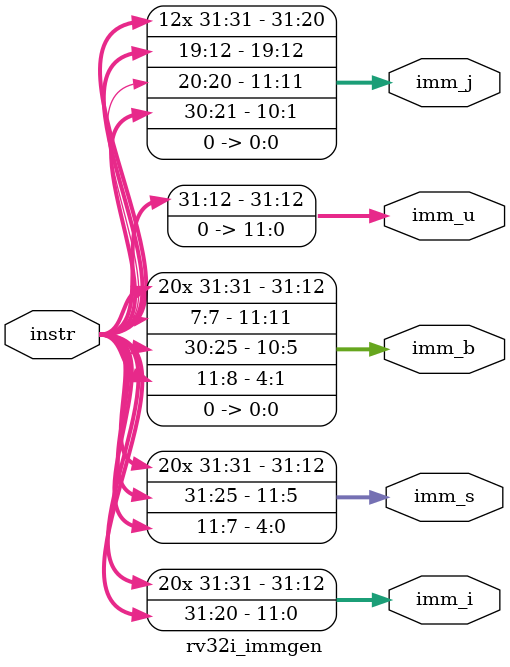
<source format=v>
`timescale 1ns/1ps
module rv32i_immgen(
input [31:0] instr,
output [31:0] imm_i,
output [31:0] imm_s,
output [31:0] imm_b,
output [31:0] imm_u,
output [31:0] imm_j
);
assign imm_i = {{20{instr[31]}}, instr[31:20]};
assign imm_s = {{20{instr[31]}}, instr[31:25], instr[11:7]};
assign imm_b = {{19{instr[31]}}, instr[31], instr[7], instr[30:25], instr[11:8], 1'b0};
assign imm_u = {instr[31:12], 12'b0};
assign imm_j = {{11{instr[31]}}, instr[31], instr[19:12], instr[20], instr[30:21], 1'b0};
endmodule

</source>
